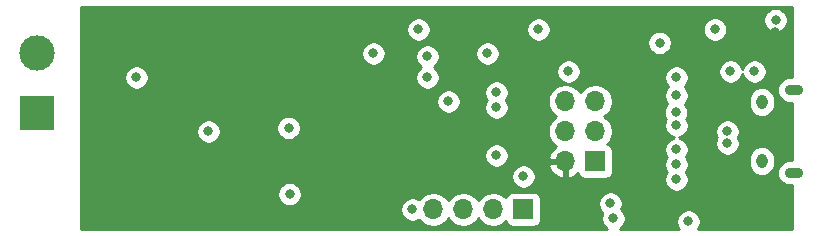
<source format=gbl>
G04 #@! TF.GenerationSoftware,KiCad,Pcbnew,5.1.12-84ad8e8a86~92~ubuntu20.04.1*
G04 #@! TF.CreationDate,2021-11-23T01:14:47+00:00*
G04 #@! TF.ProjectId,atmega-demo,61746d65-6761-42d6-9465-6d6f2e6b6963,rev?*
G04 #@! TF.SameCoordinates,Original*
G04 #@! TF.FileFunction,Copper,L4,Bot*
G04 #@! TF.FilePolarity,Positive*
%FSLAX46Y46*%
G04 Gerber Fmt 4.6, Leading zero omitted, Abs format (unit mm)*
G04 Created by KiCad (PCBNEW 5.1.12-84ad8e8a86~92~ubuntu20.04.1) date 2021-11-23 01:14:47*
%MOMM*%
%LPD*%
G01*
G04 APERTURE LIST*
G04 #@! TA.AperFunction,ComponentPad*
%ADD10C,3.000000*%
G04 #@! TD*
G04 #@! TA.AperFunction,ComponentPad*
%ADD11R,3.000000X3.000000*%
G04 #@! TD*
G04 #@! TA.AperFunction,ComponentPad*
%ADD12O,1.700000X1.700000*%
G04 #@! TD*
G04 #@! TA.AperFunction,ComponentPad*
%ADD13R,1.700000X1.700000*%
G04 #@! TD*
G04 #@! TA.AperFunction,ComponentPad*
%ADD14O,1.550000X0.890000*%
G04 #@! TD*
G04 #@! TA.AperFunction,ComponentPad*
%ADD15O,0.950000X1.250000*%
G04 #@! TD*
G04 #@! TA.AperFunction,ViaPad*
%ADD16C,0.800000*%
G04 #@! TD*
G04 #@! TA.AperFunction,Conductor*
%ADD17C,0.254000*%
G04 #@! TD*
G04 #@! TA.AperFunction,Conductor*
%ADD18C,0.100000*%
G04 #@! TD*
G04 APERTURE END LIST*
D10*
G04 #@! TO.P,J4,2*
G04 #@! TO.N,Net-(J4-Pad2)*
X147828000Y-74930000D03*
D11*
G04 #@! TO.P,J4,1*
G04 #@! TO.N,Net-(J4-Pad1)*
X147828000Y-80010000D03*
G04 #@! TD*
D12*
G04 #@! TO.P,J1,4*
G04 #@! TO.N,Net-(J1-Pad4)*
X181356000Y-88138000D03*
G04 #@! TO.P,J1,3*
G04 #@! TO.N,Net-(J1-Pad3)*
X183896000Y-88138000D03*
G04 #@! TO.P,J1,2*
G04 #@! TO.N,Net-(J1-Pad2)*
X186436000Y-88138000D03*
D13*
G04 #@! TO.P,J1,1*
G04 #@! TO.N,Net-(J1-Pad1)*
X188976000Y-88138000D03*
G04 #@! TD*
D14*
G04 #@! TO.P,J3,6*
G04 #@! TO.N,Net-(C7-Pad2)*
X211866000Y-78034000D03*
X211866000Y-85034000D03*
D15*
X209166000Y-79034000D03*
X209166000Y-84034000D03*
G04 #@! TD*
D12*
G04 #@! TO.P,J2,6*
G04 #@! TO.N,GND*
X192532000Y-78994000D03*
G04 #@! TO.P,J2,5*
G04 #@! TO.N,Net-(C8-Pad2)*
X195072000Y-78994000D03*
G04 #@! TO.P,J2,4*
G04 #@! TO.N,Net-(J2-Pad4)*
X192532000Y-81534000D03*
G04 #@! TO.P,J2,3*
G04 #@! TO.N,Net-(J2-Pad3)*
X195072000Y-81534000D03*
G04 #@! TO.P,J2,2*
G04 #@! TO.N,+5V*
X192532000Y-84074000D03*
D13*
G04 #@! TO.P,J2,1*
G04 #@! TO.N,Net-(J2-Pad1)*
X195072000Y-84074000D03*
G04 #@! TD*
D16*
G04 #@! TO.N,Net-(C8-Pad2)*
X192786000Y-76454000D03*
X185928000Y-74930000D03*
G04 #@! TO.N,+5V*
X178054000Y-75184000D03*
G04 #@! TO.N,TEMP*
X162306000Y-81534000D03*
G04 #@! TO.N,ADC*
X156210000Y-76962000D03*
G04 #@! TO.N,Net-(C10-Pad1)*
X201930000Y-76962000D03*
G04 #@! TO.N,Net-(C9-Pad1)*
X201930000Y-78486000D03*
G04 #@! TO.N,RXD*
X201930000Y-84328000D03*
G04 #@! TO.N,TXD*
X201930000Y-85598000D03*
G04 #@! TO.N,Net-(C11-Pad1)*
X201930000Y-83058000D03*
G04 #@! TO.N,Net-(D3-Pad3)*
X201930000Y-81026000D03*
G04 #@! TO.N,+5V*
X196850000Y-85852000D03*
X210311992Y-73152000D03*
X182626000Y-81534000D03*
X206756000Y-85852000D03*
X161519000Y-75971000D03*
X174581770Y-81005196D03*
G04 #@! TO.N,TEMP*
X186690000Y-78232000D03*
G04 #@! TO.N,ADC*
X186690000Y-79502000D03*
G04 #@! TO.N,Net-(D3-Pad2)*
X206248000Y-82550000D03*
G04 #@! TO.N,Net-(D3-Pad3)*
X206248000Y-81534000D03*
G04 #@! TO.N,Net-(J2-Pad4)*
X186690000Y-83566000D03*
G04 #@! TO.N,Net-(J1-Pad4)*
X182626000Y-78994000D03*
X179578000Y-88138000D03*
G04 #@! TO.N,Net-(C9-Pad1)*
X200523680Y-74041000D03*
G04 #@! TO.N,Net-(D1-Pad2)*
X180848000Y-76961996D03*
X169189496Y-86842504D03*
G04 #@! TO.N,RXD*
X190246000Y-72898000D03*
G04 #@! TO.N,TXD*
X180086000Y-72898000D03*
G04 #@! TO.N,Net-(C7-Pad2)*
X210340497Y-72107503D03*
G04 #@! TO.N,Net-(C8-Pad2)*
X176276000Y-74930000D03*
G04 #@! TO.N,Net-(C10-Pad1)*
X205201988Y-72898000D03*
G04 #@! TO.N,Net-(C11-Pad1)*
X202946000Y-89154000D03*
G04 #@! TO.N,Net-(D2-Pad2)*
X180848000Y-75183988D03*
X169112132Y-81244010D03*
G04 #@! TO.N,Net-(D3-Pad3)*
X196342000Y-87630000D03*
X208534000Y-76454000D03*
G04 #@! TO.N,Net-(D3-Pad2)*
X196596000Y-88900000D03*
X206506660Y-76449340D03*
X201887817Y-79936011D03*
G04 #@! TO.N,Net-(J2-Pad1)*
X188976012Y-85344000D03*
G04 #@! TD*
D17*
G04 #@! TO.N,+5V*
X211709000Y-76954000D02*
X211482949Y-76954000D01*
X211324283Y-76969627D01*
X211120702Y-77031383D01*
X210933081Y-77131668D01*
X210768630Y-77266630D01*
X210633668Y-77431081D01*
X210533383Y-77618702D01*
X210471627Y-77822283D01*
X210450775Y-78034000D01*
X210471627Y-78245717D01*
X210533383Y-78449298D01*
X210633668Y-78636919D01*
X210768630Y-78801370D01*
X210933081Y-78936332D01*
X211120702Y-79036617D01*
X211324283Y-79098373D01*
X211482949Y-79114000D01*
X211709000Y-79114000D01*
X211709000Y-83954000D01*
X211482949Y-83954000D01*
X211324283Y-83969627D01*
X211120702Y-84031383D01*
X210933081Y-84131668D01*
X210768630Y-84266630D01*
X210633668Y-84431081D01*
X210533383Y-84618702D01*
X210471627Y-84822283D01*
X210450775Y-85034000D01*
X210471627Y-85245717D01*
X210533383Y-85449298D01*
X210633668Y-85636919D01*
X210768630Y-85801370D01*
X210933081Y-85936332D01*
X211120702Y-86036617D01*
X211324283Y-86098373D01*
X211482949Y-86114000D01*
X211709000Y-86114000D01*
X211709000Y-89789000D01*
X203766490Y-89789000D01*
X203863205Y-89644256D01*
X203941226Y-89455898D01*
X203981000Y-89255939D01*
X203981000Y-89052061D01*
X203941226Y-88852102D01*
X203863205Y-88663744D01*
X203749937Y-88494226D01*
X203605774Y-88350063D01*
X203436256Y-88236795D01*
X203247898Y-88158774D01*
X203047939Y-88119000D01*
X202844061Y-88119000D01*
X202644102Y-88158774D01*
X202455744Y-88236795D01*
X202286226Y-88350063D01*
X202142063Y-88494226D01*
X202028795Y-88663744D01*
X201950774Y-88852102D01*
X201911000Y-89052061D01*
X201911000Y-89255939D01*
X201950774Y-89455898D01*
X202028795Y-89644256D01*
X202125510Y-89789000D01*
X197128468Y-89789000D01*
X197255774Y-89703937D01*
X197399937Y-89559774D01*
X197513205Y-89390256D01*
X197591226Y-89201898D01*
X197631000Y-89001939D01*
X197631000Y-88798061D01*
X197591226Y-88598102D01*
X197513205Y-88409744D01*
X197399937Y-88240226D01*
X197265286Y-88105575D01*
X197337226Y-87931898D01*
X197377000Y-87731939D01*
X197377000Y-87528061D01*
X197337226Y-87328102D01*
X197259205Y-87139744D01*
X197145937Y-86970226D01*
X197001774Y-86826063D01*
X196832256Y-86712795D01*
X196643898Y-86634774D01*
X196443939Y-86595000D01*
X196240061Y-86595000D01*
X196040102Y-86634774D01*
X195851744Y-86712795D01*
X195682226Y-86826063D01*
X195538063Y-86970226D01*
X195424795Y-87139744D01*
X195346774Y-87328102D01*
X195307000Y-87528061D01*
X195307000Y-87731939D01*
X195346774Y-87931898D01*
X195424795Y-88120256D01*
X195538063Y-88289774D01*
X195672714Y-88424425D01*
X195600774Y-88598102D01*
X195561000Y-88798061D01*
X195561000Y-89001939D01*
X195600774Y-89201898D01*
X195678795Y-89390256D01*
X195792063Y-89559774D01*
X195936226Y-89703937D01*
X196063532Y-89789000D01*
X151511000Y-89789000D01*
X151511000Y-88036061D01*
X178543000Y-88036061D01*
X178543000Y-88239939D01*
X178582774Y-88439898D01*
X178660795Y-88628256D01*
X178774063Y-88797774D01*
X178918226Y-88941937D01*
X179087744Y-89055205D01*
X179276102Y-89133226D01*
X179476061Y-89173000D01*
X179679939Y-89173000D01*
X179879898Y-89133226D01*
X180068256Y-89055205D01*
X180147488Y-89002264D01*
X180202525Y-89084632D01*
X180409368Y-89291475D01*
X180652589Y-89453990D01*
X180922842Y-89565932D01*
X181209740Y-89623000D01*
X181502260Y-89623000D01*
X181789158Y-89565932D01*
X182059411Y-89453990D01*
X182302632Y-89291475D01*
X182509475Y-89084632D01*
X182626000Y-88910240D01*
X182742525Y-89084632D01*
X182949368Y-89291475D01*
X183192589Y-89453990D01*
X183462842Y-89565932D01*
X183749740Y-89623000D01*
X184042260Y-89623000D01*
X184329158Y-89565932D01*
X184599411Y-89453990D01*
X184842632Y-89291475D01*
X185049475Y-89084632D01*
X185166000Y-88910240D01*
X185282525Y-89084632D01*
X185489368Y-89291475D01*
X185732589Y-89453990D01*
X186002842Y-89565932D01*
X186289740Y-89623000D01*
X186582260Y-89623000D01*
X186869158Y-89565932D01*
X187139411Y-89453990D01*
X187382632Y-89291475D01*
X187514487Y-89159620D01*
X187536498Y-89232180D01*
X187595463Y-89342494D01*
X187674815Y-89439185D01*
X187771506Y-89518537D01*
X187881820Y-89577502D01*
X188001518Y-89613812D01*
X188126000Y-89626072D01*
X189826000Y-89626072D01*
X189950482Y-89613812D01*
X190070180Y-89577502D01*
X190180494Y-89518537D01*
X190277185Y-89439185D01*
X190356537Y-89342494D01*
X190415502Y-89232180D01*
X190451812Y-89112482D01*
X190464072Y-88988000D01*
X190464072Y-87288000D01*
X190451812Y-87163518D01*
X190415502Y-87043820D01*
X190356537Y-86933506D01*
X190277185Y-86836815D01*
X190180494Y-86757463D01*
X190070180Y-86698498D01*
X189950482Y-86662188D01*
X189826000Y-86649928D01*
X188126000Y-86649928D01*
X188001518Y-86662188D01*
X187881820Y-86698498D01*
X187771506Y-86757463D01*
X187674815Y-86836815D01*
X187595463Y-86933506D01*
X187536498Y-87043820D01*
X187514487Y-87116380D01*
X187382632Y-86984525D01*
X187139411Y-86822010D01*
X186869158Y-86710068D01*
X186582260Y-86653000D01*
X186289740Y-86653000D01*
X186002842Y-86710068D01*
X185732589Y-86822010D01*
X185489368Y-86984525D01*
X185282525Y-87191368D01*
X185166000Y-87365760D01*
X185049475Y-87191368D01*
X184842632Y-86984525D01*
X184599411Y-86822010D01*
X184329158Y-86710068D01*
X184042260Y-86653000D01*
X183749740Y-86653000D01*
X183462842Y-86710068D01*
X183192589Y-86822010D01*
X182949368Y-86984525D01*
X182742525Y-87191368D01*
X182626000Y-87365760D01*
X182509475Y-87191368D01*
X182302632Y-86984525D01*
X182059411Y-86822010D01*
X181789158Y-86710068D01*
X181502260Y-86653000D01*
X181209740Y-86653000D01*
X180922842Y-86710068D01*
X180652589Y-86822010D01*
X180409368Y-86984525D01*
X180202525Y-87191368D01*
X180147488Y-87273736D01*
X180068256Y-87220795D01*
X179879898Y-87142774D01*
X179679939Y-87103000D01*
X179476061Y-87103000D01*
X179276102Y-87142774D01*
X179087744Y-87220795D01*
X178918226Y-87334063D01*
X178774063Y-87478226D01*
X178660795Y-87647744D01*
X178582774Y-87836102D01*
X178543000Y-88036061D01*
X151511000Y-88036061D01*
X151511000Y-86740565D01*
X168154496Y-86740565D01*
X168154496Y-86944443D01*
X168194270Y-87144402D01*
X168272291Y-87332760D01*
X168385559Y-87502278D01*
X168529722Y-87646441D01*
X168699240Y-87759709D01*
X168887598Y-87837730D01*
X169087557Y-87877504D01*
X169291435Y-87877504D01*
X169491394Y-87837730D01*
X169679752Y-87759709D01*
X169849270Y-87646441D01*
X169993433Y-87502278D01*
X170106701Y-87332760D01*
X170184722Y-87144402D01*
X170224496Y-86944443D01*
X170224496Y-86740565D01*
X170184722Y-86540606D01*
X170106701Y-86352248D01*
X169993433Y-86182730D01*
X169849270Y-86038567D01*
X169679752Y-85925299D01*
X169491394Y-85847278D01*
X169291435Y-85807504D01*
X169087557Y-85807504D01*
X168887598Y-85847278D01*
X168699240Y-85925299D01*
X168529722Y-86038567D01*
X168385559Y-86182730D01*
X168272291Y-86352248D01*
X168194270Y-86540606D01*
X168154496Y-86740565D01*
X151511000Y-86740565D01*
X151511000Y-85242061D01*
X187941012Y-85242061D01*
X187941012Y-85445939D01*
X187980786Y-85645898D01*
X188058807Y-85834256D01*
X188172075Y-86003774D01*
X188316238Y-86147937D01*
X188485756Y-86261205D01*
X188674114Y-86339226D01*
X188874073Y-86379000D01*
X189077951Y-86379000D01*
X189277910Y-86339226D01*
X189466268Y-86261205D01*
X189635786Y-86147937D01*
X189779949Y-86003774D01*
X189893217Y-85834256D01*
X189971238Y-85645898D01*
X190011012Y-85445939D01*
X190011012Y-85242061D01*
X189971238Y-85042102D01*
X189893217Y-84853744D01*
X189779949Y-84684226D01*
X189635786Y-84540063D01*
X189472397Y-84430890D01*
X191090524Y-84430890D01*
X191135175Y-84578099D01*
X191260359Y-84840920D01*
X191434412Y-85074269D01*
X191650645Y-85269178D01*
X191900748Y-85418157D01*
X192175109Y-85515481D01*
X192405000Y-85394814D01*
X192405000Y-84201000D01*
X191211845Y-84201000D01*
X191090524Y-84430890D01*
X189472397Y-84430890D01*
X189466268Y-84426795D01*
X189277910Y-84348774D01*
X189077951Y-84309000D01*
X188874073Y-84309000D01*
X188674114Y-84348774D01*
X188485756Y-84426795D01*
X188316238Y-84540063D01*
X188172075Y-84684226D01*
X188058807Y-84853744D01*
X187980786Y-85042102D01*
X187941012Y-85242061D01*
X151511000Y-85242061D01*
X151511000Y-83464061D01*
X185655000Y-83464061D01*
X185655000Y-83667939D01*
X185694774Y-83867898D01*
X185772795Y-84056256D01*
X185886063Y-84225774D01*
X186030226Y-84369937D01*
X186199744Y-84483205D01*
X186388102Y-84561226D01*
X186588061Y-84601000D01*
X186791939Y-84601000D01*
X186991898Y-84561226D01*
X187180256Y-84483205D01*
X187349774Y-84369937D01*
X187493937Y-84225774D01*
X187607205Y-84056256D01*
X187685226Y-83867898D01*
X187725000Y-83667939D01*
X187725000Y-83464061D01*
X187685226Y-83264102D01*
X187607205Y-83075744D01*
X187493937Y-82906226D01*
X187349774Y-82762063D01*
X187180256Y-82648795D01*
X186991898Y-82570774D01*
X186791939Y-82531000D01*
X186588061Y-82531000D01*
X186388102Y-82570774D01*
X186199744Y-82648795D01*
X186030226Y-82762063D01*
X185886063Y-82906226D01*
X185772795Y-83075744D01*
X185694774Y-83264102D01*
X185655000Y-83464061D01*
X151511000Y-83464061D01*
X151511000Y-81432061D01*
X161271000Y-81432061D01*
X161271000Y-81635939D01*
X161310774Y-81835898D01*
X161388795Y-82024256D01*
X161502063Y-82193774D01*
X161646226Y-82337937D01*
X161815744Y-82451205D01*
X162004102Y-82529226D01*
X162204061Y-82569000D01*
X162407939Y-82569000D01*
X162607898Y-82529226D01*
X162796256Y-82451205D01*
X162965774Y-82337937D01*
X163109937Y-82193774D01*
X163223205Y-82024256D01*
X163301226Y-81835898D01*
X163341000Y-81635939D01*
X163341000Y-81432061D01*
X163301226Y-81232102D01*
X163263934Y-81142071D01*
X168077132Y-81142071D01*
X168077132Y-81345949D01*
X168116906Y-81545908D01*
X168194927Y-81734266D01*
X168308195Y-81903784D01*
X168452358Y-82047947D01*
X168621876Y-82161215D01*
X168810234Y-82239236D01*
X169010193Y-82279010D01*
X169214071Y-82279010D01*
X169414030Y-82239236D01*
X169602388Y-82161215D01*
X169771906Y-82047947D01*
X169916069Y-81903784D01*
X170029337Y-81734266D01*
X170107358Y-81545908D01*
X170147132Y-81345949D01*
X170147132Y-81142071D01*
X170107358Y-80942112D01*
X170029337Y-80753754D01*
X169916069Y-80584236D01*
X169771906Y-80440073D01*
X169602388Y-80326805D01*
X169414030Y-80248784D01*
X169214071Y-80209010D01*
X169010193Y-80209010D01*
X168810234Y-80248784D01*
X168621876Y-80326805D01*
X168452358Y-80440073D01*
X168308195Y-80584236D01*
X168194927Y-80753754D01*
X168116906Y-80942112D01*
X168077132Y-81142071D01*
X163263934Y-81142071D01*
X163223205Y-81043744D01*
X163109937Y-80874226D01*
X162965774Y-80730063D01*
X162796256Y-80616795D01*
X162607898Y-80538774D01*
X162407939Y-80499000D01*
X162204061Y-80499000D01*
X162004102Y-80538774D01*
X161815744Y-80616795D01*
X161646226Y-80730063D01*
X161502063Y-80874226D01*
X161388795Y-81043744D01*
X161310774Y-81232102D01*
X161271000Y-81432061D01*
X151511000Y-81432061D01*
X151511000Y-78892061D01*
X181591000Y-78892061D01*
X181591000Y-79095939D01*
X181630774Y-79295898D01*
X181708795Y-79484256D01*
X181822063Y-79653774D01*
X181966226Y-79797937D01*
X182135744Y-79911205D01*
X182324102Y-79989226D01*
X182524061Y-80029000D01*
X182727939Y-80029000D01*
X182927898Y-79989226D01*
X183116256Y-79911205D01*
X183285774Y-79797937D01*
X183429937Y-79653774D01*
X183543205Y-79484256D01*
X183621226Y-79295898D01*
X183661000Y-79095939D01*
X183661000Y-78892061D01*
X183621226Y-78692102D01*
X183543205Y-78503744D01*
X183429937Y-78334226D01*
X183285774Y-78190063D01*
X183195975Y-78130061D01*
X185655000Y-78130061D01*
X185655000Y-78333939D01*
X185694774Y-78533898D01*
X185772795Y-78722256D01*
X185869510Y-78867000D01*
X185772795Y-79011744D01*
X185694774Y-79200102D01*
X185655000Y-79400061D01*
X185655000Y-79603939D01*
X185694774Y-79803898D01*
X185772795Y-79992256D01*
X185886063Y-80161774D01*
X186030226Y-80305937D01*
X186199744Y-80419205D01*
X186388102Y-80497226D01*
X186588061Y-80537000D01*
X186791939Y-80537000D01*
X186991898Y-80497226D01*
X187180256Y-80419205D01*
X187349774Y-80305937D01*
X187493937Y-80161774D01*
X187607205Y-79992256D01*
X187685226Y-79803898D01*
X187725000Y-79603939D01*
X187725000Y-79400061D01*
X187685226Y-79200102D01*
X187607205Y-79011744D01*
X187510490Y-78867000D01*
X187523359Y-78847740D01*
X191047000Y-78847740D01*
X191047000Y-79140260D01*
X191104068Y-79427158D01*
X191216010Y-79697411D01*
X191378525Y-79940632D01*
X191585368Y-80147475D01*
X191759760Y-80264000D01*
X191585368Y-80380525D01*
X191378525Y-80587368D01*
X191216010Y-80830589D01*
X191104068Y-81100842D01*
X191047000Y-81387740D01*
X191047000Y-81680260D01*
X191104068Y-81967158D01*
X191216010Y-82237411D01*
X191378525Y-82480632D01*
X191585368Y-82687475D01*
X191767534Y-82809195D01*
X191650645Y-82878822D01*
X191434412Y-83073731D01*
X191260359Y-83307080D01*
X191135175Y-83569901D01*
X191090524Y-83717110D01*
X191211845Y-83947000D01*
X192405000Y-83947000D01*
X192405000Y-83927000D01*
X192659000Y-83927000D01*
X192659000Y-83947000D01*
X192679000Y-83947000D01*
X192679000Y-84201000D01*
X192659000Y-84201000D01*
X192659000Y-85394814D01*
X192888891Y-85515481D01*
X193163252Y-85418157D01*
X193413355Y-85269178D01*
X193609502Y-85092374D01*
X193632498Y-85168180D01*
X193691463Y-85278494D01*
X193770815Y-85375185D01*
X193867506Y-85454537D01*
X193977820Y-85513502D01*
X194097518Y-85549812D01*
X194222000Y-85562072D01*
X195922000Y-85562072D01*
X196046482Y-85549812D01*
X196166180Y-85513502D01*
X196276494Y-85454537D01*
X196373185Y-85375185D01*
X196452537Y-85278494D01*
X196511502Y-85168180D01*
X196547812Y-85048482D01*
X196560072Y-84924000D01*
X196560072Y-83224000D01*
X196547812Y-83099518D01*
X196511502Y-82979820D01*
X196452537Y-82869506D01*
X196373185Y-82772815D01*
X196276494Y-82693463D01*
X196166180Y-82634498D01*
X196093620Y-82612487D01*
X196225475Y-82480632D01*
X196387990Y-82237411D01*
X196499932Y-81967158D01*
X196557000Y-81680260D01*
X196557000Y-81387740D01*
X196499932Y-81100842D01*
X196387990Y-80830589D01*
X196225475Y-80587368D01*
X196018632Y-80380525D01*
X195844240Y-80264000D01*
X196018632Y-80147475D01*
X196225475Y-79940632D01*
X196296676Y-79834072D01*
X200852817Y-79834072D01*
X200852817Y-80037950D01*
X200892591Y-80237909D01*
X200970612Y-80426267D01*
X201028278Y-80512571D01*
X201012795Y-80535744D01*
X200934774Y-80724102D01*
X200895000Y-80924061D01*
X200895000Y-81127939D01*
X200934774Y-81327898D01*
X201012795Y-81516256D01*
X201126063Y-81685774D01*
X201270226Y-81829937D01*
X201439744Y-81943205D01*
X201628102Y-82021226D01*
X201732541Y-82042000D01*
X201628102Y-82062774D01*
X201439744Y-82140795D01*
X201270226Y-82254063D01*
X201126063Y-82398226D01*
X201012795Y-82567744D01*
X200934774Y-82756102D01*
X200895000Y-82956061D01*
X200895000Y-83159939D01*
X200934774Y-83359898D01*
X201012795Y-83548256D01*
X201109510Y-83693000D01*
X201012795Y-83837744D01*
X200934774Y-84026102D01*
X200895000Y-84226061D01*
X200895000Y-84429939D01*
X200934774Y-84629898D01*
X201012795Y-84818256D01*
X201109510Y-84963000D01*
X201012795Y-85107744D01*
X200934774Y-85296102D01*
X200895000Y-85496061D01*
X200895000Y-85699939D01*
X200934774Y-85899898D01*
X201012795Y-86088256D01*
X201126063Y-86257774D01*
X201270226Y-86401937D01*
X201439744Y-86515205D01*
X201628102Y-86593226D01*
X201828061Y-86633000D01*
X202031939Y-86633000D01*
X202231898Y-86593226D01*
X202420256Y-86515205D01*
X202589774Y-86401937D01*
X202733937Y-86257774D01*
X202847205Y-86088256D01*
X202925226Y-85899898D01*
X202965000Y-85699939D01*
X202965000Y-85496061D01*
X202925226Y-85296102D01*
X202847205Y-85107744D01*
X202750490Y-84963000D01*
X202847205Y-84818256D01*
X202925226Y-84629898D01*
X202965000Y-84429939D01*
X202965000Y-84226061D01*
X202925226Y-84026102D01*
X202847205Y-83837744D01*
X202841684Y-83829480D01*
X208056000Y-83829480D01*
X208056000Y-84238521D01*
X208072062Y-84401598D01*
X208135532Y-84610834D01*
X208238604Y-84803666D01*
X208377315Y-84972686D01*
X208546335Y-85111396D01*
X208739167Y-85214468D01*
X208948403Y-85277938D01*
X209166000Y-85299370D01*
X209383598Y-85277938D01*
X209592834Y-85214468D01*
X209785666Y-85111396D01*
X209954686Y-84972686D01*
X210093396Y-84803666D01*
X210196468Y-84610833D01*
X210259938Y-84401597D01*
X210276000Y-84238520D01*
X210276000Y-83829479D01*
X210259938Y-83666402D01*
X210196468Y-83457166D01*
X210093396Y-83264334D01*
X209954686Y-83095314D01*
X209785666Y-82956604D01*
X209592833Y-82853532D01*
X209383597Y-82790062D01*
X209166000Y-82768630D01*
X208948402Y-82790062D01*
X208739166Y-82853532D01*
X208546334Y-82956604D01*
X208377314Y-83095314D01*
X208238604Y-83264334D01*
X208135532Y-83457167D01*
X208072062Y-83666403D01*
X208056000Y-83829480D01*
X202841684Y-83829480D01*
X202750490Y-83693000D01*
X202847205Y-83548256D01*
X202925226Y-83359898D01*
X202965000Y-83159939D01*
X202965000Y-82956061D01*
X202925226Y-82756102D01*
X202847205Y-82567744D01*
X202733937Y-82398226D01*
X202589774Y-82254063D01*
X202420256Y-82140795D01*
X202231898Y-82062774D01*
X202127459Y-82042000D01*
X202231898Y-82021226D01*
X202420256Y-81943205D01*
X202589774Y-81829937D01*
X202733937Y-81685774D01*
X202847205Y-81516256D01*
X202882079Y-81432061D01*
X205213000Y-81432061D01*
X205213000Y-81635939D01*
X205252774Y-81835898D01*
X205330795Y-82024256D01*
X205342651Y-82042000D01*
X205330795Y-82059744D01*
X205252774Y-82248102D01*
X205213000Y-82448061D01*
X205213000Y-82651939D01*
X205252774Y-82851898D01*
X205330795Y-83040256D01*
X205444063Y-83209774D01*
X205588226Y-83353937D01*
X205757744Y-83467205D01*
X205946102Y-83545226D01*
X206146061Y-83585000D01*
X206349939Y-83585000D01*
X206549898Y-83545226D01*
X206738256Y-83467205D01*
X206907774Y-83353937D01*
X207051937Y-83209774D01*
X207165205Y-83040256D01*
X207243226Y-82851898D01*
X207283000Y-82651939D01*
X207283000Y-82448061D01*
X207243226Y-82248102D01*
X207165205Y-82059744D01*
X207153349Y-82042000D01*
X207165205Y-82024256D01*
X207243226Y-81835898D01*
X207283000Y-81635939D01*
X207283000Y-81432061D01*
X207243226Y-81232102D01*
X207165205Y-81043744D01*
X207051937Y-80874226D01*
X206907774Y-80730063D01*
X206738256Y-80616795D01*
X206549898Y-80538774D01*
X206349939Y-80499000D01*
X206146061Y-80499000D01*
X205946102Y-80538774D01*
X205757744Y-80616795D01*
X205588226Y-80730063D01*
X205444063Y-80874226D01*
X205330795Y-81043744D01*
X205252774Y-81232102D01*
X205213000Y-81432061D01*
X202882079Y-81432061D01*
X202925226Y-81327898D01*
X202965000Y-81127939D01*
X202965000Y-80924061D01*
X202925226Y-80724102D01*
X202847205Y-80535744D01*
X202789539Y-80449440D01*
X202805022Y-80426267D01*
X202883043Y-80237909D01*
X202922817Y-80037950D01*
X202922817Y-79834072D01*
X202883043Y-79634113D01*
X202805022Y-79445755D01*
X202691754Y-79276237D01*
X202647614Y-79232097D01*
X202733937Y-79145774D01*
X202847205Y-78976256D01*
X202908002Y-78829480D01*
X208056000Y-78829480D01*
X208056000Y-79238521D01*
X208072062Y-79401598D01*
X208135532Y-79610834D01*
X208238604Y-79803666D01*
X208377315Y-79972686D01*
X208546335Y-80111396D01*
X208739167Y-80214468D01*
X208948403Y-80277938D01*
X209166000Y-80299370D01*
X209383598Y-80277938D01*
X209592834Y-80214468D01*
X209785666Y-80111396D01*
X209954686Y-79972686D01*
X210093396Y-79803666D01*
X210196468Y-79610833D01*
X210259938Y-79401597D01*
X210276000Y-79238520D01*
X210276000Y-78829479D01*
X210259938Y-78666402D01*
X210196468Y-78457166D01*
X210093396Y-78264334D01*
X209954686Y-78095314D01*
X209785666Y-77956604D01*
X209592833Y-77853532D01*
X209383597Y-77790062D01*
X209166000Y-77768630D01*
X208948402Y-77790062D01*
X208739166Y-77853532D01*
X208546334Y-77956604D01*
X208377314Y-78095314D01*
X208238604Y-78264334D01*
X208135532Y-78457167D01*
X208072062Y-78666403D01*
X208056000Y-78829480D01*
X202908002Y-78829480D01*
X202925226Y-78787898D01*
X202965000Y-78587939D01*
X202965000Y-78384061D01*
X202925226Y-78184102D01*
X202847205Y-77995744D01*
X202733937Y-77826226D01*
X202631711Y-77724000D01*
X202733937Y-77621774D01*
X202847205Y-77452256D01*
X202925226Y-77263898D01*
X202965000Y-77063939D01*
X202965000Y-76860061D01*
X202925226Y-76660102D01*
X202847205Y-76471744D01*
X202764122Y-76347401D01*
X205471660Y-76347401D01*
X205471660Y-76551279D01*
X205511434Y-76751238D01*
X205589455Y-76939596D01*
X205702723Y-77109114D01*
X205846886Y-77253277D01*
X206016404Y-77366545D01*
X206204762Y-77444566D01*
X206404721Y-77484340D01*
X206608599Y-77484340D01*
X206808558Y-77444566D01*
X206996916Y-77366545D01*
X207166434Y-77253277D01*
X207310597Y-77109114D01*
X207423865Y-76939596D01*
X207501886Y-76751238D01*
X207519867Y-76660843D01*
X207538774Y-76755898D01*
X207616795Y-76944256D01*
X207730063Y-77113774D01*
X207874226Y-77257937D01*
X208043744Y-77371205D01*
X208232102Y-77449226D01*
X208432061Y-77489000D01*
X208635939Y-77489000D01*
X208835898Y-77449226D01*
X209024256Y-77371205D01*
X209193774Y-77257937D01*
X209337937Y-77113774D01*
X209451205Y-76944256D01*
X209529226Y-76755898D01*
X209569000Y-76555939D01*
X209569000Y-76352061D01*
X209529226Y-76152102D01*
X209451205Y-75963744D01*
X209337937Y-75794226D01*
X209193774Y-75650063D01*
X209024256Y-75536795D01*
X208835898Y-75458774D01*
X208635939Y-75419000D01*
X208432061Y-75419000D01*
X208232102Y-75458774D01*
X208043744Y-75536795D01*
X207874226Y-75650063D01*
X207730063Y-75794226D01*
X207616795Y-75963744D01*
X207538774Y-76152102D01*
X207520793Y-76242497D01*
X207501886Y-76147442D01*
X207423865Y-75959084D01*
X207310597Y-75789566D01*
X207166434Y-75645403D01*
X206996916Y-75532135D01*
X206808558Y-75454114D01*
X206608599Y-75414340D01*
X206404721Y-75414340D01*
X206204762Y-75454114D01*
X206016404Y-75532135D01*
X205846886Y-75645403D01*
X205702723Y-75789566D01*
X205589455Y-75959084D01*
X205511434Y-76147442D01*
X205471660Y-76347401D01*
X202764122Y-76347401D01*
X202733937Y-76302226D01*
X202589774Y-76158063D01*
X202420256Y-76044795D01*
X202231898Y-75966774D01*
X202031939Y-75927000D01*
X201828061Y-75927000D01*
X201628102Y-75966774D01*
X201439744Y-76044795D01*
X201270226Y-76158063D01*
X201126063Y-76302226D01*
X201012795Y-76471744D01*
X200934774Y-76660102D01*
X200895000Y-76860061D01*
X200895000Y-77063939D01*
X200934774Y-77263898D01*
X201012795Y-77452256D01*
X201126063Y-77621774D01*
X201228289Y-77724000D01*
X201126063Y-77826226D01*
X201012795Y-77995744D01*
X200934774Y-78184102D01*
X200895000Y-78384061D01*
X200895000Y-78587939D01*
X200934774Y-78787898D01*
X201012795Y-78976256D01*
X201126063Y-79145774D01*
X201170203Y-79189914D01*
X201083880Y-79276237D01*
X200970612Y-79445755D01*
X200892591Y-79634113D01*
X200852817Y-79834072D01*
X196296676Y-79834072D01*
X196387990Y-79697411D01*
X196499932Y-79427158D01*
X196557000Y-79140260D01*
X196557000Y-78847740D01*
X196499932Y-78560842D01*
X196387990Y-78290589D01*
X196225475Y-78047368D01*
X196018632Y-77840525D01*
X195775411Y-77678010D01*
X195505158Y-77566068D01*
X195218260Y-77509000D01*
X194925740Y-77509000D01*
X194638842Y-77566068D01*
X194368589Y-77678010D01*
X194125368Y-77840525D01*
X193918525Y-78047368D01*
X193802000Y-78221760D01*
X193685475Y-78047368D01*
X193478632Y-77840525D01*
X193235411Y-77678010D01*
X192965158Y-77566068D01*
X192678260Y-77509000D01*
X192385740Y-77509000D01*
X192098842Y-77566068D01*
X191828589Y-77678010D01*
X191585368Y-77840525D01*
X191378525Y-78047368D01*
X191216010Y-78290589D01*
X191104068Y-78560842D01*
X191047000Y-78847740D01*
X187523359Y-78847740D01*
X187607205Y-78722256D01*
X187685226Y-78533898D01*
X187725000Y-78333939D01*
X187725000Y-78130061D01*
X187685226Y-77930102D01*
X187607205Y-77741744D01*
X187493937Y-77572226D01*
X187349774Y-77428063D01*
X187180256Y-77314795D01*
X186991898Y-77236774D01*
X186791939Y-77197000D01*
X186588061Y-77197000D01*
X186388102Y-77236774D01*
X186199744Y-77314795D01*
X186030226Y-77428063D01*
X185886063Y-77572226D01*
X185772795Y-77741744D01*
X185694774Y-77930102D01*
X185655000Y-78130061D01*
X183195975Y-78130061D01*
X183116256Y-78076795D01*
X182927898Y-77998774D01*
X182727939Y-77959000D01*
X182524061Y-77959000D01*
X182324102Y-77998774D01*
X182135744Y-78076795D01*
X181966226Y-78190063D01*
X181822063Y-78334226D01*
X181708795Y-78503744D01*
X181630774Y-78692102D01*
X181591000Y-78892061D01*
X151511000Y-78892061D01*
X151511000Y-76860061D01*
X155175000Y-76860061D01*
X155175000Y-77063939D01*
X155214774Y-77263898D01*
X155292795Y-77452256D01*
X155406063Y-77621774D01*
X155550226Y-77765937D01*
X155719744Y-77879205D01*
X155908102Y-77957226D01*
X156108061Y-77997000D01*
X156311939Y-77997000D01*
X156511898Y-77957226D01*
X156700256Y-77879205D01*
X156869774Y-77765937D01*
X157013937Y-77621774D01*
X157127205Y-77452256D01*
X157205226Y-77263898D01*
X157245000Y-77063939D01*
X157245000Y-76860061D01*
X157205226Y-76660102D01*
X157127205Y-76471744D01*
X157013937Y-76302226D01*
X156869774Y-76158063D01*
X156700256Y-76044795D01*
X156511898Y-75966774D01*
X156311939Y-75927000D01*
X156108061Y-75927000D01*
X155908102Y-75966774D01*
X155719744Y-76044795D01*
X155550226Y-76158063D01*
X155406063Y-76302226D01*
X155292795Y-76471744D01*
X155214774Y-76660102D01*
X155175000Y-76860061D01*
X151511000Y-76860061D01*
X151511000Y-74828061D01*
X175241000Y-74828061D01*
X175241000Y-75031939D01*
X175280774Y-75231898D01*
X175358795Y-75420256D01*
X175472063Y-75589774D01*
X175616226Y-75733937D01*
X175785744Y-75847205D01*
X175974102Y-75925226D01*
X176174061Y-75965000D01*
X176377939Y-75965000D01*
X176577898Y-75925226D01*
X176766256Y-75847205D01*
X176935774Y-75733937D01*
X177079937Y-75589774D01*
X177193205Y-75420256D01*
X177271226Y-75231898D01*
X177301032Y-75082049D01*
X179813000Y-75082049D01*
X179813000Y-75285927D01*
X179852774Y-75485886D01*
X179930795Y-75674244D01*
X180044063Y-75843762D01*
X180188226Y-75987925D01*
X180315538Y-76072992D01*
X180188226Y-76158059D01*
X180044063Y-76302222D01*
X179930795Y-76471740D01*
X179852774Y-76660098D01*
X179813000Y-76860057D01*
X179813000Y-77063935D01*
X179852774Y-77263894D01*
X179930795Y-77452252D01*
X180044063Y-77621770D01*
X180188226Y-77765933D01*
X180357744Y-77879201D01*
X180546102Y-77957222D01*
X180746061Y-77996996D01*
X180949939Y-77996996D01*
X181149898Y-77957222D01*
X181338256Y-77879201D01*
X181507774Y-77765933D01*
X181651937Y-77621770D01*
X181765205Y-77452252D01*
X181843226Y-77263894D01*
X181883000Y-77063935D01*
X181883000Y-76860057D01*
X181843226Y-76660098D01*
X181765205Y-76471740D01*
X181685239Y-76352061D01*
X191751000Y-76352061D01*
X191751000Y-76555939D01*
X191790774Y-76755898D01*
X191868795Y-76944256D01*
X191982063Y-77113774D01*
X192126226Y-77257937D01*
X192295744Y-77371205D01*
X192484102Y-77449226D01*
X192684061Y-77489000D01*
X192887939Y-77489000D01*
X193087898Y-77449226D01*
X193276256Y-77371205D01*
X193445774Y-77257937D01*
X193589937Y-77113774D01*
X193703205Y-76944256D01*
X193781226Y-76755898D01*
X193821000Y-76555939D01*
X193821000Y-76352061D01*
X193781226Y-76152102D01*
X193703205Y-75963744D01*
X193589937Y-75794226D01*
X193445774Y-75650063D01*
X193276256Y-75536795D01*
X193087898Y-75458774D01*
X192887939Y-75419000D01*
X192684061Y-75419000D01*
X192484102Y-75458774D01*
X192295744Y-75536795D01*
X192126226Y-75650063D01*
X191982063Y-75794226D01*
X191868795Y-75963744D01*
X191790774Y-76152102D01*
X191751000Y-76352061D01*
X181685239Y-76352061D01*
X181651937Y-76302222D01*
X181507774Y-76158059D01*
X181380462Y-76072992D01*
X181507774Y-75987925D01*
X181651937Y-75843762D01*
X181765205Y-75674244D01*
X181843226Y-75485886D01*
X181883000Y-75285927D01*
X181883000Y-75082049D01*
X181843226Y-74882090D01*
X181820847Y-74828061D01*
X184893000Y-74828061D01*
X184893000Y-75031939D01*
X184932774Y-75231898D01*
X185010795Y-75420256D01*
X185124063Y-75589774D01*
X185268226Y-75733937D01*
X185437744Y-75847205D01*
X185626102Y-75925226D01*
X185826061Y-75965000D01*
X186029939Y-75965000D01*
X186229898Y-75925226D01*
X186418256Y-75847205D01*
X186587774Y-75733937D01*
X186731937Y-75589774D01*
X186845205Y-75420256D01*
X186923226Y-75231898D01*
X186963000Y-75031939D01*
X186963000Y-74828061D01*
X186923226Y-74628102D01*
X186845205Y-74439744D01*
X186731937Y-74270226D01*
X186587774Y-74126063D01*
X186418256Y-74012795D01*
X186240248Y-73939061D01*
X199488680Y-73939061D01*
X199488680Y-74142939D01*
X199528454Y-74342898D01*
X199606475Y-74531256D01*
X199719743Y-74700774D01*
X199863906Y-74844937D01*
X200033424Y-74958205D01*
X200221782Y-75036226D01*
X200421741Y-75076000D01*
X200625619Y-75076000D01*
X200825578Y-75036226D01*
X201013936Y-74958205D01*
X201183454Y-74844937D01*
X201327617Y-74700774D01*
X201440885Y-74531256D01*
X201518906Y-74342898D01*
X201558680Y-74142939D01*
X201558680Y-73939061D01*
X201518906Y-73739102D01*
X201440885Y-73550744D01*
X201327617Y-73381226D01*
X201183454Y-73237063D01*
X201013936Y-73123795D01*
X200825578Y-73045774D01*
X200625619Y-73006000D01*
X200421741Y-73006000D01*
X200221782Y-73045774D01*
X200033424Y-73123795D01*
X199863906Y-73237063D01*
X199719743Y-73381226D01*
X199606475Y-73550744D01*
X199528454Y-73739102D01*
X199488680Y-73939061D01*
X186240248Y-73939061D01*
X186229898Y-73934774D01*
X186029939Y-73895000D01*
X185826061Y-73895000D01*
X185626102Y-73934774D01*
X185437744Y-74012795D01*
X185268226Y-74126063D01*
X185124063Y-74270226D01*
X185010795Y-74439744D01*
X184932774Y-74628102D01*
X184893000Y-74828061D01*
X181820847Y-74828061D01*
X181765205Y-74693732D01*
X181651937Y-74524214D01*
X181507774Y-74380051D01*
X181338256Y-74266783D01*
X181149898Y-74188762D01*
X180949939Y-74148988D01*
X180746061Y-74148988D01*
X180546102Y-74188762D01*
X180357744Y-74266783D01*
X180188226Y-74380051D01*
X180044063Y-74524214D01*
X179930795Y-74693732D01*
X179852774Y-74882090D01*
X179813000Y-75082049D01*
X177301032Y-75082049D01*
X177311000Y-75031939D01*
X177311000Y-74828061D01*
X177271226Y-74628102D01*
X177193205Y-74439744D01*
X177079937Y-74270226D01*
X176935774Y-74126063D01*
X176766256Y-74012795D01*
X176577898Y-73934774D01*
X176377939Y-73895000D01*
X176174061Y-73895000D01*
X175974102Y-73934774D01*
X175785744Y-74012795D01*
X175616226Y-74126063D01*
X175472063Y-74270226D01*
X175358795Y-74439744D01*
X175280774Y-74628102D01*
X175241000Y-74828061D01*
X151511000Y-74828061D01*
X151511000Y-72796061D01*
X179051000Y-72796061D01*
X179051000Y-72999939D01*
X179090774Y-73199898D01*
X179168795Y-73388256D01*
X179282063Y-73557774D01*
X179426226Y-73701937D01*
X179595744Y-73815205D01*
X179784102Y-73893226D01*
X179984061Y-73933000D01*
X180187939Y-73933000D01*
X180387898Y-73893226D01*
X180576256Y-73815205D01*
X180745774Y-73701937D01*
X180889937Y-73557774D01*
X181003205Y-73388256D01*
X181081226Y-73199898D01*
X181121000Y-72999939D01*
X181121000Y-72796061D01*
X189211000Y-72796061D01*
X189211000Y-72999939D01*
X189250774Y-73199898D01*
X189328795Y-73388256D01*
X189442063Y-73557774D01*
X189586226Y-73701937D01*
X189755744Y-73815205D01*
X189944102Y-73893226D01*
X190144061Y-73933000D01*
X190347939Y-73933000D01*
X190547898Y-73893226D01*
X190736256Y-73815205D01*
X190905774Y-73701937D01*
X191049937Y-73557774D01*
X191163205Y-73388256D01*
X191241226Y-73199898D01*
X191281000Y-72999939D01*
X191281000Y-72796061D01*
X204166988Y-72796061D01*
X204166988Y-72999939D01*
X204206762Y-73199898D01*
X204284783Y-73388256D01*
X204398051Y-73557774D01*
X204542214Y-73701937D01*
X204711732Y-73815205D01*
X204900090Y-73893226D01*
X205100049Y-73933000D01*
X205303927Y-73933000D01*
X205503886Y-73893226D01*
X205692244Y-73815205D01*
X205861762Y-73701937D01*
X206005925Y-73557774D01*
X206119193Y-73388256D01*
X206197214Y-73199898D01*
X206236988Y-72999939D01*
X206236988Y-72796061D01*
X206197214Y-72596102D01*
X206119193Y-72407744D01*
X206005925Y-72238226D01*
X205861762Y-72094063D01*
X205729314Y-72005564D01*
X209305497Y-72005564D01*
X209305497Y-72209442D01*
X209345271Y-72409401D01*
X209423292Y-72597759D01*
X209536560Y-72767277D01*
X209680723Y-72911440D01*
X209850241Y-73024708D01*
X210038599Y-73102729D01*
X210238558Y-73142503D01*
X210442436Y-73142503D01*
X210642395Y-73102729D01*
X210830753Y-73024708D01*
X211000271Y-72911440D01*
X211144434Y-72767277D01*
X211257702Y-72597759D01*
X211335723Y-72409401D01*
X211375497Y-72209442D01*
X211375497Y-72005564D01*
X211335723Y-71805605D01*
X211257702Y-71617247D01*
X211144434Y-71447729D01*
X211000271Y-71303566D01*
X210830753Y-71190298D01*
X210642395Y-71112277D01*
X210442436Y-71072503D01*
X210238558Y-71072503D01*
X210038599Y-71112277D01*
X209850241Y-71190298D01*
X209680723Y-71303566D01*
X209536560Y-71447729D01*
X209423292Y-71617247D01*
X209345271Y-71805605D01*
X209305497Y-72005564D01*
X205729314Y-72005564D01*
X205692244Y-71980795D01*
X205503886Y-71902774D01*
X205303927Y-71863000D01*
X205100049Y-71863000D01*
X204900090Y-71902774D01*
X204711732Y-71980795D01*
X204542214Y-72094063D01*
X204398051Y-72238226D01*
X204284783Y-72407744D01*
X204206762Y-72596102D01*
X204166988Y-72796061D01*
X191281000Y-72796061D01*
X191241226Y-72596102D01*
X191163205Y-72407744D01*
X191049937Y-72238226D01*
X190905774Y-72094063D01*
X190736256Y-71980795D01*
X190547898Y-71902774D01*
X190347939Y-71863000D01*
X190144061Y-71863000D01*
X189944102Y-71902774D01*
X189755744Y-71980795D01*
X189586226Y-72094063D01*
X189442063Y-72238226D01*
X189328795Y-72407744D01*
X189250774Y-72596102D01*
X189211000Y-72796061D01*
X181121000Y-72796061D01*
X181081226Y-72596102D01*
X181003205Y-72407744D01*
X180889937Y-72238226D01*
X180745774Y-72094063D01*
X180576256Y-71980795D01*
X180387898Y-71902774D01*
X180187939Y-71863000D01*
X179984061Y-71863000D01*
X179784102Y-71902774D01*
X179595744Y-71980795D01*
X179426226Y-72094063D01*
X179282063Y-72238226D01*
X179168795Y-72407744D01*
X179090774Y-72596102D01*
X179051000Y-72796061D01*
X151511000Y-72796061D01*
X151511000Y-70993000D01*
X211709000Y-70993000D01*
X211709000Y-76954000D01*
G04 #@! TA.AperFunction,Conductor*
D18*
G36*
X211709000Y-76954000D02*
G01*
X211482949Y-76954000D01*
X211324283Y-76969627D01*
X211120702Y-77031383D01*
X210933081Y-77131668D01*
X210768630Y-77266630D01*
X210633668Y-77431081D01*
X210533383Y-77618702D01*
X210471627Y-77822283D01*
X210450775Y-78034000D01*
X210471627Y-78245717D01*
X210533383Y-78449298D01*
X210633668Y-78636919D01*
X210768630Y-78801370D01*
X210933081Y-78936332D01*
X211120702Y-79036617D01*
X211324283Y-79098373D01*
X211482949Y-79114000D01*
X211709000Y-79114000D01*
X211709000Y-83954000D01*
X211482949Y-83954000D01*
X211324283Y-83969627D01*
X211120702Y-84031383D01*
X210933081Y-84131668D01*
X210768630Y-84266630D01*
X210633668Y-84431081D01*
X210533383Y-84618702D01*
X210471627Y-84822283D01*
X210450775Y-85034000D01*
X210471627Y-85245717D01*
X210533383Y-85449298D01*
X210633668Y-85636919D01*
X210768630Y-85801370D01*
X210933081Y-85936332D01*
X211120702Y-86036617D01*
X211324283Y-86098373D01*
X211482949Y-86114000D01*
X211709000Y-86114000D01*
X211709000Y-89789000D01*
X203766490Y-89789000D01*
X203863205Y-89644256D01*
X203941226Y-89455898D01*
X203981000Y-89255939D01*
X203981000Y-89052061D01*
X203941226Y-88852102D01*
X203863205Y-88663744D01*
X203749937Y-88494226D01*
X203605774Y-88350063D01*
X203436256Y-88236795D01*
X203247898Y-88158774D01*
X203047939Y-88119000D01*
X202844061Y-88119000D01*
X202644102Y-88158774D01*
X202455744Y-88236795D01*
X202286226Y-88350063D01*
X202142063Y-88494226D01*
X202028795Y-88663744D01*
X201950774Y-88852102D01*
X201911000Y-89052061D01*
X201911000Y-89255939D01*
X201950774Y-89455898D01*
X202028795Y-89644256D01*
X202125510Y-89789000D01*
X197128468Y-89789000D01*
X197255774Y-89703937D01*
X197399937Y-89559774D01*
X197513205Y-89390256D01*
X197591226Y-89201898D01*
X197631000Y-89001939D01*
X197631000Y-88798061D01*
X197591226Y-88598102D01*
X197513205Y-88409744D01*
X197399937Y-88240226D01*
X197265286Y-88105575D01*
X197337226Y-87931898D01*
X197377000Y-87731939D01*
X197377000Y-87528061D01*
X197337226Y-87328102D01*
X197259205Y-87139744D01*
X197145937Y-86970226D01*
X197001774Y-86826063D01*
X196832256Y-86712795D01*
X196643898Y-86634774D01*
X196443939Y-86595000D01*
X196240061Y-86595000D01*
X196040102Y-86634774D01*
X195851744Y-86712795D01*
X195682226Y-86826063D01*
X195538063Y-86970226D01*
X195424795Y-87139744D01*
X195346774Y-87328102D01*
X195307000Y-87528061D01*
X195307000Y-87731939D01*
X195346774Y-87931898D01*
X195424795Y-88120256D01*
X195538063Y-88289774D01*
X195672714Y-88424425D01*
X195600774Y-88598102D01*
X195561000Y-88798061D01*
X195561000Y-89001939D01*
X195600774Y-89201898D01*
X195678795Y-89390256D01*
X195792063Y-89559774D01*
X195936226Y-89703937D01*
X196063532Y-89789000D01*
X151511000Y-89789000D01*
X151511000Y-88036061D01*
X178543000Y-88036061D01*
X178543000Y-88239939D01*
X178582774Y-88439898D01*
X178660795Y-88628256D01*
X178774063Y-88797774D01*
X178918226Y-88941937D01*
X179087744Y-89055205D01*
X179276102Y-89133226D01*
X179476061Y-89173000D01*
X179679939Y-89173000D01*
X179879898Y-89133226D01*
X180068256Y-89055205D01*
X180147488Y-89002264D01*
X180202525Y-89084632D01*
X180409368Y-89291475D01*
X180652589Y-89453990D01*
X180922842Y-89565932D01*
X181209740Y-89623000D01*
X181502260Y-89623000D01*
X181789158Y-89565932D01*
X182059411Y-89453990D01*
X182302632Y-89291475D01*
X182509475Y-89084632D01*
X182626000Y-88910240D01*
X182742525Y-89084632D01*
X182949368Y-89291475D01*
X183192589Y-89453990D01*
X183462842Y-89565932D01*
X183749740Y-89623000D01*
X184042260Y-89623000D01*
X184329158Y-89565932D01*
X184599411Y-89453990D01*
X184842632Y-89291475D01*
X185049475Y-89084632D01*
X185166000Y-88910240D01*
X185282525Y-89084632D01*
X185489368Y-89291475D01*
X185732589Y-89453990D01*
X186002842Y-89565932D01*
X186289740Y-89623000D01*
X186582260Y-89623000D01*
X186869158Y-89565932D01*
X187139411Y-89453990D01*
X187382632Y-89291475D01*
X187514487Y-89159620D01*
X187536498Y-89232180D01*
X187595463Y-89342494D01*
X187674815Y-89439185D01*
X187771506Y-89518537D01*
X187881820Y-89577502D01*
X188001518Y-89613812D01*
X188126000Y-89626072D01*
X189826000Y-89626072D01*
X189950482Y-89613812D01*
X190070180Y-89577502D01*
X190180494Y-89518537D01*
X190277185Y-89439185D01*
X190356537Y-89342494D01*
X190415502Y-89232180D01*
X190451812Y-89112482D01*
X190464072Y-88988000D01*
X190464072Y-87288000D01*
X190451812Y-87163518D01*
X190415502Y-87043820D01*
X190356537Y-86933506D01*
X190277185Y-86836815D01*
X190180494Y-86757463D01*
X190070180Y-86698498D01*
X189950482Y-86662188D01*
X189826000Y-86649928D01*
X188126000Y-86649928D01*
X188001518Y-86662188D01*
X187881820Y-86698498D01*
X187771506Y-86757463D01*
X187674815Y-86836815D01*
X187595463Y-86933506D01*
X187536498Y-87043820D01*
X187514487Y-87116380D01*
X187382632Y-86984525D01*
X187139411Y-86822010D01*
X186869158Y-86710068D01*
X186582260Y-86653000D01*
X186289740Y-86653000D01*
X186002842Y-86710068D01*
X185732589Y-86822010D01*
X185489368Y-86984525D01*
X185282525Y-87191368D01*
X185166000Y-87365760D01*
X185049475Y-87191368D01*
X184842632Y-86984525D01*
X184599411Y-86822010D01*
X184329158Y-86710068D01*
X184042260Y-86653000D01*
X183749740Y-86653000D01*
X183462842Y-86710068D01*
X183192589Y-86822010D01*
X182949368Y-86984525D01*
X182742525Y-87191368D01*
X182626000Y-87365760D01*
X182509475Y-87191368D01*
X182302632Y-86984525D01*
X182059411Y-86822010D01*
X181789158Y-86710068D01*
X181502260Y-86653000D01*
X181209740Y-86653000D01*
X180922842Y-86710068D01*
X180652589Y-86822010D01*
X180409368Y-86984525D01*
X180202525Y-87191368D01*
X180147488Y-87273736D01*
X180068256Y-87220795D01*
X179879898Y-87142774D01*
X179679939Y-87103000D01*
X179476061Y-87103000D01*
X179276102Y-87142774D01*
X179087744Y-87220795D01*
X178918226Y-87334063D01*
X178774063Y-87478226D01*
X178660795Y-87647744D01*
X178582774Y-87836102D01*
X178543000Y-88036061D01*
X151511000Y-88036061D01*
X151511000Y-86740565D01*
X168154496Y-86740565D01*
X168154496Y-86944443D01*
X168194270Y-87144402D01*
X168272291Y-87332760D01*
X168385559Y-87502278D01*
X168529722Y-87646441D01*
X168699240Y-87759709D01*
X168887598Y-87837730D01*
X169087557Y-87877504D01*
X169291435Y-87877504D01*
X169491394Y-87837730D01*
X169679752Y-87759709D01*
X169849270Y-87646441D01*
X169993433Y-87502278D01*
X170106701Y-87332760D01*
X170184722Y-87144402D01*
X170224496Y-86944443D01*
X170224496Y-86740565D01*
X170184722Y-86540606D01*
X170106701Y-86352248D01*
X169993433Y-86182730D01*
X169849270Y-86038567D01*
X169679752Y-85925299D01*
X169491394Y-85847278D01*
X169291435Y-85807504D01*
X169087557Y-85807504D01*
X168887598Y-85847278D01*
X168699240Y-85925299D01*
X168529722Y-86038567D01*
X168385559Y-86182730D01*
X168272291Y-86352248D01*
X168194270Y-86540606D01*
X168154496Y-86740565D01*
X151511000Y-86740565D01*
X151511000Y-85242061D01*
X187941012Y-85242061D01*
X187941012Y-85445939D01*
X187980786Y-85645898D01*
X188058807Y-85834256D01*
X188172075Y-86003774D01*
X188316238Y-86147937D01*
X188485756Y-86261205D01*
X188674114Y-86339226D01*
X188874073Y-86379000D01*
X189077951Y-86379000D01*
X189277910Y-86339226D01*
X189466268Y-86261205D01*
X189635786Y-86147937D01*
X189779949Y-86003774D01*
X189893217Y-85834256D01*
X189971238Y-85645898D01*
X190011012Y-85445939D01*
X190011012Y-85242061D01*
X189971238Y-85042102D01*
X189893217Y-84853744D01*
X189779949Y-84684226D01*
X189635786Y-84540063D01*
X189472397Y-84430890D01*
X191090524Y-84430890D01*
X191135175Y-84578099D01*
X191260359Y-84840920D01*
X191434412Y-85074269D01*
X191650645Y-85269178D01*
X191900748Y-85418157D01*
X192175109Y-85515481D01*
X192405000Y-85394814D01*
X192405000Y-84201000D01*
X191211845Y-84201000D01*
X191090524Y-84430890D01*
X189472397Y-84430890D01*
X189466268Y-84426795D01*
X189277910Y-84348774D01*
X189077951Y-84309000D01*
X188874073Y-84309000D01*
X188674114Y-84348774D01*
X188485756Y-84426795D01*
X188316238Y-84540063D01*
X188172075Y-84684226D01*
X188058807Y-84853744D01*
X187980786Y-85042102D01*
X187941012Y-85242061D01*
X151511000Y-85242061D01*
X151511000Y-83464061D01*
X185655000Y-83464061D01*
X185655000Y-83667939D01*
X185694774Y-83867898D01*
X185772795Y-84056256D01*
X185886063Y-84225774D01*
X186030226Y-84369937D01*
X186199744Y-84483205D01*
X186388102Y-84561226D01*
X186588061Y-84601000D01*
X186791939Y-84601000D01*
X186991898Y-84561226D01*
X187180256Y-84483205D01*
X187349774Y-84369937D01*
X187493937Y-84225774D01*
X187607205Y-84056256D01*
X187685226Y-83867898D01*
X187725000Y-83667939D01*
X187725000Y-83464061D01*
X187685226Y-83264102D01*
X187607205Y-83075744D01*
X187493937Y-82906226D01*
X187349774Y-82762063D01*
X187180256Y-82648795D01*
X186991898Y-82570774D01*
X186791939Y-82531000D01*
X186588061Y-82531000D01*
X186388102Y-82570774D01*
X186199744Y-82648795D01*
X186030226Y-82762063D01*
X185886063Y-82906226D01*
X185772795Y-83075744D01*
X185694774Y-83264102D01*
X185655000Y-83464061D01*
X151511000Y-83464061D01*
X151511000Y-81432061D01*
X161271000Y-81432061D01*
X161271000Y-81635939D01*
X161310774Y-81835898D01*
X161388795Y-82024256D01*
X161502063Y-82193774D01*
X161646226Y-82337937D01*
X161815744Y-82451205D01*
X162004102Y-82529226D01*
X162204061Y-82569000D01*
X162407939Y-82569000D01*
X162607898Y-82529226D01*
X162796256Y-82451205D01*
X162965774Y-82337937D01*
X163109937Y-82193774D01*
X163223205Y-82024256D01*
X163301226Y-81835898D01*
X163341000Y-81635939D01*
X163341000Y-81432061D01*
X163301226Y-81232102D01*
X163263934Y-81142071D01*
X168077132Y-81142071D01*
X168077132Y-81345949D01*
X168116906Y-81545908D01*
X168194927Y-81734266D01*
X168308195Y-81903784D01*
X168452358Y-82047947D01*
X168621876Y-82161215D01*
X168810234Y-82239236D01*
X169010193Y-82279010D01*
X169214071Y-82279010D01*
X169414030Y-82239236D01*
X169602388Y-82161215D01*
X169771906Y-82047947D01*
X169916069Y-81903784D01*
X170029337Y-81734266D01*
X170107358Y-81545908D01*
X170147132Y-81345949D01*
X170147132Y-81142071D01*
X170107358Y-80942112D01*
X170029337Y-80753754D01*
X169916069Y-80584236D01*
X169771906Y-80440073D01*
X169602388Y-80326805D01*
X169414030Y-80248784D01*
X169214071Y-80209010D01*
X169010193Y-80209010D01*
X168810234Y-80248784D01*
X168621876Y-80326805D01*
X168452358Y-80440073D01*
X168308195Y-80584236D01*
X168194927Y-80753754D01*
X168116906Y-80942112D01*
X168077132Y-81142071D01*
X163263934Y-81142071D01*
X163223205Y-81043744D01*
X163109937Y-80874226D01*
X162965774Y-80730063D01*
X162796256Y-80616795D01*
X162607898Y-80538774D01*
X162407939Y-80499000D01*
X162204061Y-80499000D01*
X162004102Y-80538774D01*
X161815744Y-80616795D01*
X161646226Y-80730063D01*
X161502063Y-80874226D01*
X161388795Y-81043744D01*
X161310774Y-81232102D01*
X161271000Y-81432061D01*
X151511000Y-81432061D01*
X151511000Y-78892061D01*
X181591000Y-78892061D01*
X181591000Y-79095939D01*
X181630774Y-79295898D01*
X181708795Y-79484256D01*
X181822063Y-79653774D01*
X181966226Y-79797937D01*
X182135744Y-79911205D01*
X182324102Y-79989226D01*
X182524061Y-80029000D01*
X182727939Y-80029000D01*
X182927898Y-79989226D01*
X183116256Y-79911205D01*
X183285774Y-79797937D01*
X183429937Y-79653774D01*
X183543205Y-79484256D01*
X183621226Y-79295898D01*
X183661000Y-79095939D01*
X183661000Y-78892061D01*
X183621226Y-78692102D01*
X183543205Y-78503744D01*
X183429937Y-78334226D01*
X183285774Y-78190063D01*
X183195975Y-78130061D01*
X185655000Y-78130061D01*
X185655000Y-78333939D01*
X185694774Y-78533898D01*
X185772795Y-78722256D01*
X185869510Y-78867000D01*
X185772795Y-79011744D01*
X185694774Y-79200102D01*
X185655000Y-79400061D01*
X185655000Y-79603939D01*
X185694774Y-79803898D01*
X185772795Y-79992256D01*
X185886063Y-80161774D01*
X186030226Y-80305937D01*
X186199744Y-80419205D01*
X186388102Y-80497226D01*
X186588061Y-80537000D01*
X186791939Y-80537000D01*
X186991898Y-80497226D01*
X187180256Y-80419205D01*
X187349774Y-80305937D01*
X187493937Y-80161774D01*
X187607205Y-79992256D01*
X187685226Y-79803898D01*
X187725000Y-79603939D01*
X187725000Y-79400061D01*
X187685226Y-79200102D01*
X187607205Y-79011744D01*
X187510490Y-78867000D01*
X187523359Y-78847740D01*
X191047000Y-78847740D01*
X191047000Y-79140260D01*
X191104068Y-79427158D01*
X191216010Y-79697411D01*
X191378525Y-79940632D01*
X191585368Y-80147475D01*
X191759760Y-80264000D01*
X191585368Y-80380525D01*
X191378525Y-80587368D01*
X191216010Y-80830589D01*
X191104068Y-81100842D01*
X191047000Y-81387740D01*
X191047000Y-81680260D01*
X191104068Y-81967158D01*
X191216010Y-82237411D01*
X191378525Y-82480632D01*
X191585368Y-82687475D01*
X191767534Y-82809195D01*
X191650645Y-82878822D01*
X191434412Y-83073731D01*
X191260359Y-83307080D01*
X191135175Y-83569901D01*
X191090524Y-83717110D01*
X191211845Y-83947000D01*
X192405000Y-83947000D01*
X192405000Y-83927000D01*
X192659000Y-83927000D01*
X192659000Y-83947000D01*
X192679000Y-83947000D01*
X192679000Y-84201000D01*
X192659000Y-84201000D01*
X192659000Y-85394814D01*
X192888891Y-85515481D01*
X193163252Y-85418157D01*
X193413355Y-85269178D01*
X193609502Y-85092374D01*
X193632498Y-85168180D01*
X193691463Y-85278494D01*
X193770815Y-85375185D01*
X193867506Y-85454537D01*
X193977820Y-85513502D01*
X194097518Y-85549812D01*
X194222000Y-85562072D01*
X195922000Y-85562072D01*
X196046482Y-85549812D01*
X196166180Y-85513502D01*
X196276494Y-85454537D01*
X196373185Y-85375185D01*
X196452537Y-85278494D01*
X196511502Y-85168180D01*
X196547812Y-85048482D01*
X196560072Y-84924000D01*
X196560072Y-83224000D01*
X196547812Y-83099518D01*
X196511502Y-82979820D01*
X196452537Y-82869506D01*
X196373185Y-82772815D01*
X196276494Y-82693463D01*
X196166180Y-82634498D01*
X196093620Y-82612487D01*
X196225475Y-82480632D01*
X196387990Y-82237411D01*
X196499932Y-81967158D01*
X196557000Y-81680260D01*
X196557000Y-81387740D01*
X196499932Y-81100842D01*
X196387990Y-80830589D01*
X196225475Y-80587368D01*
X196018632Y-80380525D01*
X195844240Y-80264000D01*
X196018632Y-80147475D01*
X196225475Y-79940632D01*
X196296676Y-79834072D01*
X200852817Y-79834072D01*
X200852817Y-80037950D01*
X200892591Y-80237909D01*
X200970612Y-80426267D01*
X201028278Y-80512571D01*
X201012795Y-80535744D01*
X200934774Y-80724102D01*
X200895000Y-80924061D01*
X200895000Y-81127939D01*
X200934774Y-81327898D01*
X201012795Y-81516256D01*
X201126063Y-81685774D01*
X201270226Y-81829937D01*
X201439744Y-81943205D01*
X201628102Y-82021226D01*
X201732541Y-82042000D01*
X201628102Y-82062774D01*
X201439744Y-82140795D01*
X201270226Y-82254063D01*
X201126063Y-82398226D01*
X201012795Y-82567744D01*
X200934774Y-82756102D01*
X200895000Y-82956061D01*
X200895000Y-83159939D01*
X200934774Y-83359898D01*
X201012795Y-83548256D01*
X201109510Y-83693000D01*
X201012795Y-83837744D01*
X200934774Y-84026102D01*
X200895000Y-84226061D01*
X200895000Y-84429939D01*
X200934774Y-84629898D01*
X201012795Y-84818256D01*
X201109510Y-84963000D01*
X201012795Y-85107744D01*
X200934774Y-85296102D01*
X200895000Y-85496061D01*
X200895000Y-85699939D01*
X200934774Y-85899898D01*
X201012795Y-86088256D01*
X201126063Y-86257774D01*
X201270226Y-86401937D01*
X201439744Y-86515205D01*
X201628102Y-86593226D01*
X201828061Y-86633000D01*
X202031939Y-86633000D01*
X202231898Y-86593226D01*
X202420256Y-86515205D01*
X202589774Y-86401937D01*
X202733937Y-86257774D01*
X202847205Y-86088256D01*
X202925226Y-85899898D01*
X202965000Y-85699939D01*
X202965000Y-85496061D01*
X202925226Y-85296102D01*
X202847205Y-85107744D01*
X202750490Y-84963000D01*
X202847205Y-84818256D01*
X202925226Y-84629898D01*
X202965000Y-84429939D01*
X202965000Y-84226061D01*
X202925226Y-84026102D01*
X202847205Y-83837744D01*
X202841684Y-83829480D01*
X208056000Y-83829480D01*
X208056000Y-84238521D01*
X208072062Y-84401598D01*
X208135532Y-84610834D01*
X208238604Y-84803666D01*
X208377315Y-84972686D01*
X208546335Y-85111396D01*
X208739167Y-85214468D01*
X208948403Y-85277938D01*
X209166000Y-85299370D01*
X209383598Y-85277938D01*
X209592834Y-85214468D01*
X209785666Y-85111396D01*
X209954686Y-84972686D01*
X210093396Y-84803666D01*
X210196468Y-84610833D01*
X210259938Y-84401597D01*
X210276000Y-84238520D01*
X210276000Y-83829479D01*
X210259938Y-83666402D01*
X210196468Y-83457166D01*
X210093396Y-83264334D01*
X209954686Y-83095314D01*
X209785666Y-82956604D01*
X209592833Y-82853532D01*
X209383597Y-82790062D01*
X209166000Y-82768630D01*
X208948402Y-82790062D01*
X208739166Y-82853532D01*
X208546334Y-82956604D01*
X208377314Y-83095314D01*
X208238604Y-83264334D01*
X208135532Y-83457167D01*
X208072062Y-83666403D01*
X208056000Y-83829480D01*
X202841684Y-83829480D01*
X202750490Y-83693000D01*
X202847205Y-83548256D01*
X202925226Y-83359898D01*
X202965000Y-83159939D01*
X202965000Y-82956061D01*
X202925226Y-82756102D01*
X202847205Y-82567744D01*
X202733937Y-82398226D01*
X202589774Y-82254063D01*
X202420256Y-82140795D01*
X202231898Y-82062774D01*
X202127459Y-82042000D01*
X202231898Y-82021226D01*
X202420256Y-81943205D01*
X202589774Y-81829937D01*
X202733937Y-81685774D01*
X202847205Y-81516256D01*
X202882079Y-81432061D01*
X205213000Y-81432061D01*
X205213000Y-81635939D01*
X205252774Y-81835898D01*
X205330795Y-82024256D01*
X205342651Y-82042000D01*
X205330795Y-82059744D01*
X205252774Y-82248102D01*
X205213000Y-82448061D01*
X205213000Y-82651939D01*
X205252774Y-82851898D01*
X205330795Y-83040256D01*
X205444063Y-83209774D01*
X205588226Y-83353937D01*
X205757744Y-83467205D01*
X205946102Y-83545226D01*
X206146061Y-83585000D01*
X206349939Y-83585000D01*
X206549898Y-83545226D01*
X206738256Y-83467205D01*
X206907774Y-83353937D01*
X207051937Y-83209774D01*
X207165205Y-83040256D01*
X207243226Y-82851898D01*
X207283000Y-82651939D01*
X207283000Y-82448061D01*
X207243226Y-82248102D01*
X207165205Y-82059744D01*
X207153349Y-82042000D01*
X207165205Y-82024256D01*
X207243226Y-81835898D01*
X207283000Y-81635939D01*
X207283000Y-81432061D01*
X207243226Y-81232102D01*
X207165205Y-81043744D01*
X207051937Y-80874226D01*
X206907774Y-80730063D01*
X206738256Y-80616795D01*
X206549898Y-80538774D01*
X206349939Y-80499000D01*
X206146061Y-80499000D01*
X205946102Y-80538774D01*
X205757744Y-80616795D01*
X205588226Y-80730063D01*
X205444063Y-80874226D01*
X205330795Y-81043744D01*
X205252774Y-81232102D01*
X205213000Y-81432061D01*
X202882079Y-81432061D01*
X202925226Y-81327898D01*
X202965000Y-81127939D01*
X202965000Y-80924061D01*
X202925226Y-80724102D01*
X202847205Y-80535744D01*
X202789539Y-80449440D01*
X202805022Y-80426267D01*
X202883043Y-80237909D01*
X202922817Y-80037950D01*
X202922817Y-79834072D01*
X202883043Y-79634113D01*
X202805022Y-79445755D01*
X202691754Y-79276237D01*
X202647614Y-79232097D01*
X202733937Y-79145774D01*
X202847205Y-78976256D01*
X202908002Y-78829480D01*
X208056000Y-78829480D01*
X208056000Y-79238521D01*
X208072062Y-79401598D01*
X208135532Y-79610834D01*
X208238604Y-79803666D01*
X208377315Y-79972686D01*
X208546335Y-80111396D01*
X208739167Y-80214468D01*
X208948403Y-80277938D01*
X209166000Y-80299370D01*
X209383598Y-80277938D01*
X209592834Y-80214468D01*
X209785666Y-80111396D01*
X209954686Y-79972686D01*
X210093396Y-79803666D01*
X210196468Y-79610833D01*
X210259938Y-79401597D01*
X210276000Y-79238520D01*
X210276000Y-78829479D01*
X210259938Y-78666402D01*
X210196468Y-78457166D01*
X210093396Y-78264334D01*
X209954686Y-78095314D01*
X209785666Y-77956604D01*
X209592833Y-77853532D01*
X209383597Y-77790062D01*
X209166000Y-77768630D01*
X208948402Y-77790062D01*
X208739166Y-77853532D01*
X208546334Y-77956604D01*
X208377314Y-78095314D01*
X208238604Y-78264334D01*
X208135532Y-78457167D01*
X208072062Y-78666403D01*
X208056000Y-78829480D01*
X202908002Y-78829480D01*
X202925226Y-78787898D01*
X202965000Y-78587939D01*
X202965000Y-78384061D01*
X202925226Y-78184102D01*
X202847205Y-77995744D01*
X202733937Y-77826226D01*
X202631711Y-77724000D01*
X202733937Y-77621774D01*
X202847205Y-77452256D01*
X202925226Y-77263898D01*
X202965000Y-77063939D01*
X202965000Y-76860061D01*
X202925226Y-76660102D01*
X202847205Y-76471744D01*
X202764122Y-76347401D01*
X205471660Y-76347401D01*
X205471660Y-76551279D01*
X205511434Y-76751238D01*
X205589455Y-76939596D01*
X205702723Y-77109114D01*
X205846886Y-77253277D01*
X206016404Y-77366545D01*
X206204762Y-77444566D01*
X206404721Y-77484340D01*
X206608599Y-77484340D01*
X206808558Y-77444566D01*
X206996916Y-77366545D01*
X207166434Y-77253277D01*
X207310597Y-77109114D01*
X207423865Y-76939596D01*
X207501886Y-76751238D01*
X207519867Y-76660843D01*
X207538774Y-76755898D01*
X207616795Y-76944256D01*
X207730063Y-77113774D01*
X207874226Y-77257937D01*
X208043744Y-77371205D01*
X208232102Y-77449226D01*
X208432061Y-77489000D01*
X208635939Y-77489000D01*
X208835898Y-77449226D01*
X209024256Y-77371205D01*
X209193774Y-77257937D01*
X209337937Y-77113774D01*
X209451205Y-76944256D01*
X209529226Y-76755898D01*
X209569000Y-76555939D01*
X209569000Y-76352061D01*
X209529226Y-76152102D01*
X209451205Y-75963744D01*
X209337937Y-75794226D01*
X209193774Y-75650063D01*
X209024256Y-75536795D01*
X208835898Y-75458774D01*
X208635939Y-75419000D01*
X208432061Y-75419000D01*
X208232102Y-75458774D01*
X208043744Y-75536795D01*
X207874226Y-75650063D01*
X207730063Y-75794226D01*
X207616795Y-75963744D01*
X207538774Y-76152102D01*
X207520793Y-76242497D01*
X207501886Y-76147442D01*
X207423865Y-75959084D01*
X207310597Y-75789566D01*
X207166434Y-75645403D01*
X206996916Y-75532135D01*
X206808558Y-75454114D01*
X206608599Y-75414340D01*
X206404721Y-75414340D01*
X206204762Y-75454114D01*
X206016404Y-75532135D01*
X205846886Y-75645403D01*
X205702723Y-75789566D01*
X205589455Y-75959084D01*
X205511434Y-76147442D01*
X205471660Y-76347401D01*
X202764122Y-76347401D01*
X202733937Y-76302226D01*
X202589774Y-76158063D01*
X202420256Y-76044795D01*
X202231898Y-75966774D01*
X202031939Y-75927000D01*
X201828061Y-75927000D01*
X201628102Y-75966774D01*
X201439744Y-76044795D01*
X201270226Y-76158063D01*
X201126063Y-76302226D01*
X201012795Y-76471744D01*
X200934774Y-76660102D01*
X200895000Y-76860061D01*
X200895000Y-77063939D01*
X200934774Y-77263898D01*
X201012795Y-77452256D01*
X201126063Y-77621774D01*
X201228289Y-77724000D01*
X201126063Y-77826226D01*
X201012795Y-77995744D01*
X200934774Y-78184102D01*
X200895000Y-78384061D01*
X200895000Y-78587939D01*
X200934774Y-78787898D01*
X201012795Y-78976256D01*
X201126063Y-79145774D01*
X201170203Y-79189914D01*
X201083880Y-79276237D01*
X200970612Y-79445755D01*
X200892591Y-79634113D01*
X200852817Y-79834072D01*
X196296676Y-79834072D01*
X196387990Y-79697411D01*
X196499932Y-79427158D01*
X196557000Y-79140260D01*
X196557000Y-78847740D01*
X196499932Y-78560842D01*
X196387990Y-78290589D01*
X196225475Y-78047368D01*
X196018632Y-77840525D01*
X195775411Y-77678010D01*
X195505158Y-77566068D01*
X195218260Y-77509000D01*
X194925740Y-77509000D01*
X194638842Y-77566068D01*
X194368589Y-77678010D01*
X194125368Y-77840525D01*
X193918525Y-78047368D01*
X193802000Y-78221760D01*
X193685475Y-78047368D01*
X193478632Y-77840525D01*
X193235411Y-77678010D01*
X192965158Y-77566068D01*
X192678260Y-77509000D01*
X192385740Y-77509000D01*
X192098842Y-77566068D01*
X191828589Y-77678010D01*
X191585368Y-77840525D01*
X191378525Y-78047368D01*
X191216010Y-78290589D01*
X191104068Y-78560842D01*
X191047000Y-78847740D01*
X187523359Y-78847740D01*
X187607205Y-78722256D01*
X187685226Y-78533898D01*
X187725000Y-78333939D01*
X187725000Y-78130061D01*
X187685226Y-77930102D01*
X187607205Y-77741744D01*
X187493937Y-77572226D01*
X187349774Y-77428063D01*
X187180256Y-77314795D01*
X186991898Y-77236774D01*
X186791939Y-77197000D01*
X186588061Y-77197000D01*
X186388102Y-77236774D01*
X186199744Y-77314795D01*
X186030226Y-77428063D01*
X185886063Y-77572226D01*
X185772795Y-77741744D01*
X185694774Y-77930102D01*
X185655000Y-78130061D01*
X183195975Y-78130061D01*
X183116256Y-78076795D01*
X182927898Y-77998774D01*
X182727939Y-77959000D01*
X182524061Y-77959000D01*
X182324102Y-77998774D01*
X182135744Y-78076795D01*
X181966226Y-78190063D01*
X181822063Y-78334226D01*
X181708795Y-78503744D01*
X181630774Y-78692102D01*
X181591000Y-78892061D01*
X151511000Y-78892061D01*
X151511000Y-76860061D01*
X155175000Y-76860061D01*
X155175000Y-77063939D01*
X155214774Y-77263898D01*
X155292795Y-77452256D01*
X155406063Y-77621774D01*
X155550226Y-77765937D01*
X155719744Y-77879205D01*
X155908102Y-77957226D01*
X156108061Y-77997000D01*
X156311939Y-77997000D01*
X156511898Y-77957226D01*
X156700256Y-77879205D01*
X156869774Y-77765937D01*
X157013937Y-77621774D01*
X157127205Y-77452256D01*
X157205226Y-77263898D01*
X157245000Y-77063939D01*
X157245000Y-76860061D01*
X157205226Y-76660102D01*
X157127205Y-76471744D01*
X157013937Y-76302226D01*
X156869774Y-76158063D01*
X156700256Y-76044795D01*
X156511898Y-75966774D01*
X156311939Y-75927000D01*
X156108061Y-75927000D01*
X155908102Y-75966774D01*
X155719744Y-76044795D01*
X155550226Y-76158063D01*
X155406063Y-76302226D01*
X155292795Y-76471744D01*
X155214774Y-76660102D01*
X155175000Y-76860061D01*
X151511000Y-76860061D01*
X151511000Y-74828061D01*
X175241000Y-74828061D01*
X175241000Y-75031939D01*
X175280774Y-75231898D01*
X175358795Y-75420256D01*
X175472063Y-75589774D01*
X175616226Y-75733937D01*
X175785744Y-75847205D01*
X175974102Y-75925226D01*
X176174061Y-75965000D01*
X176377939Y-75965000D01*
X176577898Y-75925226D01*
X176766256Y-75847205D01*
X176935774Y-75733937D01*
X177079937Y-75589774D01*
X177193205Y-75420256D01*
X177271226Y-75231898D01*
X177301032Y-75082049D01*
X179813000Y-75082049D01*
X179813000Y-75285927D01*
X179852774Y-75485886D01*
X179930795Y-75674244D01*
X180044063Y-75843762D01*
X180188226Y-75987925D01*
X180315538Y-76072992D01*
X180188226Y-76158059D01*
X180044063Y-76302222D01*
X179930795Y-76471740D01*
X179852774Y-76660098D01*
X179813000Y-76860057D01*
X179813000Y-77063935D01*
X179852774Y-77263894D01*
X179930795Y-77452252D01*
X180044063Y-77621770D01*
X180188226Y-77765933D01*
X180357744Y-77879201D01*
X180546102Y-77957222D01*
X180746061Y-77996996D01*
X180949939Y-77996996D01*
X181149898Y-77957222D01*
X181338256Y-77879201D01*
X181507774Y-77765933D01*
X181651937Y-77621770D01*
X181765205Y-77452252D01*
X181843226Y-77263894D01*
X181883000Y-77063935D01*
X181883000Y-76860057D01*
X181843226Y-76660098D01*
X181765205Y-76471740D01*
X181685239Y-76352061D01*
X191751000Y-76352061D01*
X191751000Y-76555939D01*
X191790774Y-76755898D01*
X191868795Y-76944256D01*
X191982063Y-77113774D01*
X192126226Y-77257937D01*
X192295744Y-77371205D01*
X192484102Y-77449226D01*
X192684061Y-77489000D01*
X192887939Y-77489000D01*
X193087898Y-77449226D01*
X193276256Y-77371205D01*
X193445774Y-77257937D01*
X193589937Y-77113774D01*
X193703205Y-76944256D01*
X193781226Y-76755898D01*
X193821000Y-76555939D01*
X193821000Y-76352061D01*
X193781226Y-76152102D01*
X193703205Y-75963744D01*
X193589937Y-75794226D01*
X193445774Y-75650063D01*
X193276256Y-75536795D01*
X193087898Y-75458774D01*
X192887939Y-75419000D01*
X192684061Y-75419000D01*
X192484102Y-75458774D01*
X192295744Y-75536795D01*
X192126226Y-75650063D01*
X191982063Y-75794226D01*
X191868795Y-75963744D01*
X191790774Y-76152102D01*
X191751000Y-76352061D01*
X181685239Y-76352061D01*
X181651937Y-76302222D01*
X181507774Y-76158059D01*
X181380462Y-76072992D01*
X181507774Y-75987925D01*
X181651937Y-75843762D01*
X181765205Y-75674244D01*
X181843226Y-75485886D01*
X181883000Y-75285927D01*
X181883000Y-75082049D01*
X181843226Y-74882090D01*
X181820847Y-74828061D01*
X184893000Y-74828061D01*
X184893000Y-75031939D01*
X184932774Y-75231898D01*
X185010795Y-75420256D01*
X185124063Y-75589774D01*
X185268226Y-75733937D01*
X185437744Y-75847205D01*
X185626102Y-75925226D01*
X185826061Y-75965000D01*
X186029939Y-75965000D01*
X186229898Y-75925226D01*
X186418256Y-75847205D01*
X186587774Y-75733937D01*
X186731937Y-75589774D01*
X186845205Y-75420256D01*
X186923226Y-75231898D01*
X186963000Y-75031939D01*
X186963000Y-74828061D01*
X186923226Y-74628102D01*
X186845205Y-74439744D01*
X186731937Y-74270226D01*
X186587774Y-74126063D01*
X186418256Y-74012795D01*
X186240248Y-73939061D01*
X199488680Y-73939061D01*
X199488680Y-74142939D01*
X199528454Y-74342898D01*
X199606475Y-74531256D01*
X199719743Y-74700774D01*
X199863906Y-74844937D01*
X200033424Y-74958205D01*
X200221782Y-75036226D01*
X200421741Y-75076000D01*
X200625619Y-75076000D01*
X200825578Y-75036226D01*
X201013936Y-74958205D01*
X201183454Y-74844937D01*
X201327617Y-74700774D01*
X201440885Y-74531256D01*
X201518906Y-74342898D01*
X201558680Y-74142939D01*
X201558680Y-73939061D01*
X201518906Y-73739102D01*
X201440885Y-73550744D01*
X201327617Y-73381226D01*
X201183454Y-73237063D01*
X201013936Y-73123795D01*
X200825578Y-73045774D01*
X200625619Y-73006000D01*
X200421741Y-73006000D01*
X200221782Y-73045774D01*
X200033424Y-73123795D01*
X199863906Y-73237063D01*
X199719743Y-73381226D01*
X199606475Y-73550744D01*
X199528454Y-73739102D01*
X199488680Y-73939061D01*
X186240248Y-73939061D01*
X186229898Y-73934774D01*
X186029939Y-73895000D01*
X185826061Y-73895000D01*
X185626102Y-73934774D01*
X185437744Y-74012795D01*
X185268226Y-74126063D01*
X185124063Y-74270226D01*
X185010795Y-74439744D01*
X184932774Y-74628102D01*
X184893000Y-74828061D01*
X181820847Y-74828061D01*
X181765205Y-74693732D01*
X181651937Y-74524214D01*
X181507774Y-74380051D01*
X181338256Y-74266783D01*
X181149898Y-74188762D01*
X180949939Y-74148988D01*
X180746061Y-74148988D01*
X180546102Y-74188762D01*
X180357744Y-74266783D01*
X180188226Y-74380051D01*
X180044063Y-74524214D01*
X179930795Y-74693732D01*
X179852774Y-74882090D01*
X179813000Y-75082049D01*
X177301032Y-75082049D01*
X177311000Y-75031939D01*
X177311000Y-74828061D01*
X177271226Y-74628102D01*
X177193205Y-74439744D01*
X177079937Y-74270226D01*
X176935774Y-74126063D01*
X176766256Y-74012795D01*
X176577898Y-73934774D01*
X176377939Y-73895000D01*
X176174061Y-73895000D01*
X175974102Y-73934774D01*
X175785744Y-74012795D01*
X175616226Y-74126063D01*
X175472063Y-74270226D01*
X175358795Y-74439744D01*
X175280774Y-74628102D01*
X175241000Y-74828061D01*
X151511000Y-74828061D01*
X151511000Y-72796061D01*
X179051000Y-72796061D01*
X179051000Y-72999939D01*
X179090774Y-73199898D01*
X179168795Y-73388256D01*
X179282063Y-73557774D01*
X179426226Y-73701937D01*
X179595744Y-73815205D01*
X179784102Y-73893226D01*
X179984061Y-73933000D01*
X180187939Y-73933000D01*
X180387898Y-73893226D01*
X180576256Y-73815205D01*
X180745774Y-73701937D01*
X180889937Y-73557774D01*
X181003205Y-73388256D01*
X181081226Y-73199898D01*
X181121000Y-72999939D01*
X181121000Y-72796061D01*
X189211000Y-72796061D01*
X189211000Y-72999939D01*
X189250774Y-73199898D01*
X189328795Y-73388256D01*
X189442063Y-73557774D01*
X189586226Y-73701937D01*
X189755744Y-73815205D01*
X189944102Y-73893226D01*
X190144061Y-73933000D01*
X190347939Y-73933000D01*
X190547898Y-73893226D01*
X190736256Y-73815205D01*
X190905774Y-73701937D01*
X191049937Y-73557774D01*
X191163205Y-73388256D01*
X191241226Y-73199898D01*
X191281000Y-72999939D01*
X191281000Y-72796061D01*
X204166988Y-72796061D01*
X204166988Y-72999939D01*
X204206762Y-73199898D01*
X204284783Y-73388256D01*
X204398051Y-73557774D01*
X204542214Y-73701937D01*
X204711732Y-73815205D01*
X204900090Y-73893226D01*
X205100049Y-73933000D01*
X205303927Y-73933000D01*
X205503886Y-73893226D01*
X205692244Y-73815205D01*
X205861762Y-73701937D01*
X206005925Y-73557774D01*
X206119193Y-73388256D01*
X206197214Y-73199898D01*
X206236988Y-72999939D01*
X206236988Y-72796061D01*
X206197214Y-72596102D01*
X206119193Y-72407744D01*
X206005925Y-72238226D01*
X205861762Y-72094063D01*
X205729314Y-72005564D01*
X209305497Y-72005564D01*
X209305497Y-72209442D01*
X209345271Y-72409401D01*
X209423292Y-72597759D01*
X209536560Y-72767277D01*
X209680723Y-72911440D01*
X209850241Y-73024708D01*
X210038599Y-73102729D01*
X210238558Y-73142503D01*
X210442436Y-73142503D01*
X210642395Y-73102729D01*
X210830753Y-73024708D01*
X211000271Y-72911440D01*
X211144434Y-72767277D01*
X211257702Y-72597759D01*
X211335723Y-72409401D01*
X211375497Y-72209442D01*
X211375497Y-72005564D01*
X211335723Y-71805605D01*
X211257702Y-71617247D01*
X211144434Y-71447729D01*
X211000271Y-71303566D01*
X210830753Y-71190298D01*
X210642395Y-71112277D01*
X210442436Y-71072503D01*
X210238558Y-71072503D01*
X210038599Y-71112277D01*
X209850241Y-71190298D01*
X209680723Y-71303566D01*
X209536560Y-71447729D01*
X209423292Y-71617247D01*
X209345271Y-71805605D01*
X209305497Y-72005564D01*
X205729314Y-72005564D01*
X205692244Y-71980795D01*
X205503886Y-71902774D01*
X205303927Y-71863000D01*
X205100049Y-71863000D01*
X204900090Y-71902774D01*
X204711732Y-71980795D01*
X204542214Y-72094063D01*
X204398051Y-72238226D01*
X204284783Y-72407744D01*
X204206762Y-72596102D01*
X204166988Y-72796061D01*
X191281000Y-72796061D01*
X191241226Y-72596102D01*
X191163205Y-72407744D01*
X191049937Y-72238226D01*
X190905774Y-72094063D01*
X190736256Y-71980795D01*
X190547898Y-71902774D01*
X190347939Y-71863000D01*
X190144061Y-71863000D01*
X189944102Y-71902774D01*
X189755744Y-71980795D01*
X189586226Y-72094063D01*
X189442063Y-72238226D01*
X189328795Y-72407744D01*
X189250774Y-72596102D01*
X189211000Y-72796061D01*
X181121000Y-72796061D01*
X181081226Y-72596102D01*
X181003205Y-72407744D01*
X180889937Y-72238226D01*
X180745774Y-72094063D01*
X180576256Y-71980795D01*
X180387898Y-71902774D01*
X180187939Y-71863000D01*
X179984061Y-71863000D01*
X179784102Y-71902774D01*
X179595744Y-71980795D01*
X179426226Y-72094063D01*
X179282063Y-72238226D01*
X179168795Y-72407744D01*
X179090774Y-72596102D01*
X179051000Y-72796061D01*
X151511000Y-72796061D01*
X151511000Y-70993000D01*
X211709000Y-70993000D01*
X211709000Y-76954000D01*
G37*
G04 #@! TD.AperFunction*
G04 #@! TD*
M02*

</source>
